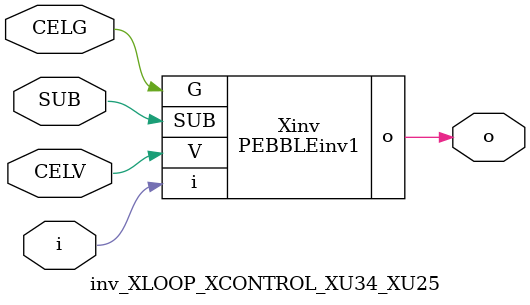
<source format=v>



module PEBBLEinv1 ( o, G, SUB, V, i );

  input V;
  input i;
  input G;
  output o;
  input SUB;
endmodule

//Celera Confidential Do Not Copy inv_XLOOP_XCONTROL_XU34_XU25
//Celera Confidential Symbol Generator
//5V Inverter
module inv_XLOOP_XCONTROL_XU34_XU25 (CELV,CELG,i,o,SUB);
input CELV;
input CELG;
input i;
input SUB;
output o;

//Celera Confidential Do Not Copy inv
PEBBLEinv1 Xinv(
.V (CELV),
.i (i),
.o (o),
.SUB (SUB),
.G (CELG)
);
//,diesize,PEBBLEinv1

//Celera Confidential Do Not Copy Module End
//Celera Schematic Generator
endmodule

</source>
